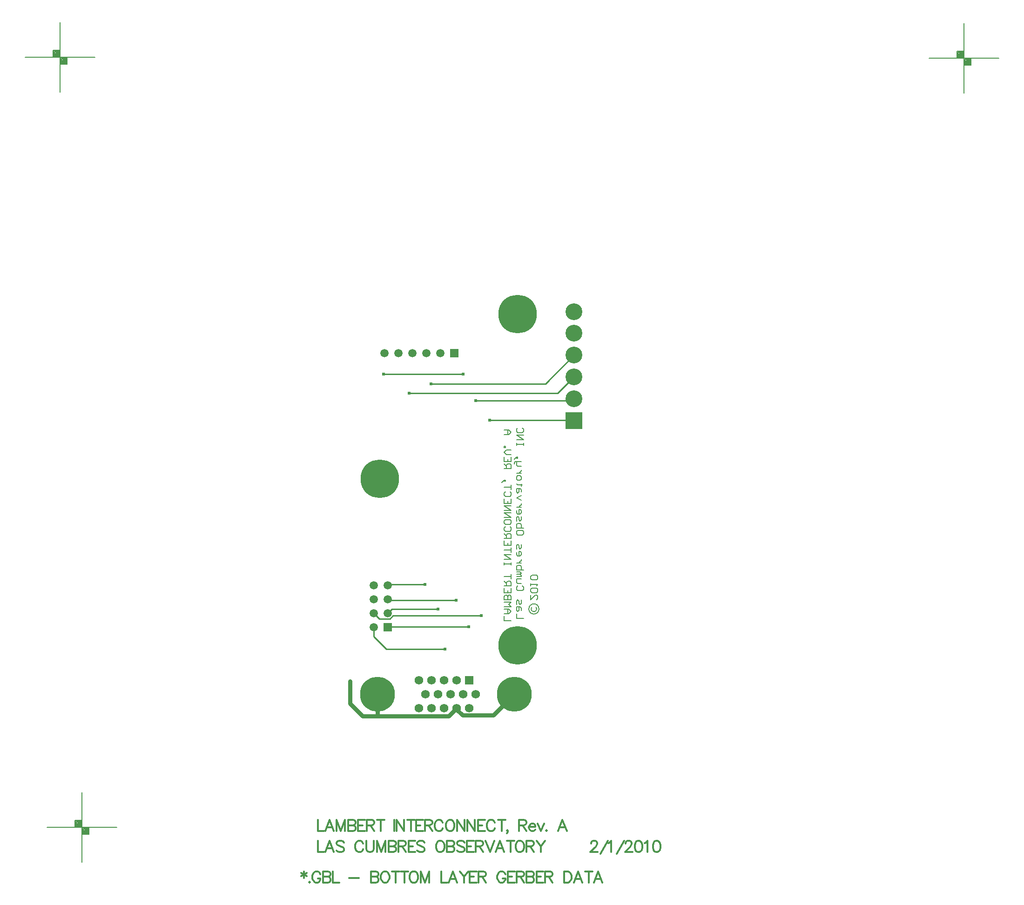
<source format=gbl>
%FSLAX25Y25*%
%MOIN*%
G70*
G01*
G75*
G04 Layer_Physical_Order=4*
G04 Layer_Color=16711680*
%ADD10C,0.01000*%
%ADD11C,0.03000*%
%ADD12C,0.01201*%
%ADD13C,0.00800*%
%ADD14C,0.01200*%
%ADD15C,0.01201*%
%ADD16R,0.05906X0.05906*%
%ADD17C,0.05906*%
%ADD18C,0.27559*%
%ADD19R,0.05906X0.05906*%
%ADD20R,0.12000X0.12000*%
%ADD21C,0.12000*%
%ADD22C,0.25000*%
%ADD23R,0.06200X0.06200*%
%ADD24C,0.06200*%
%ADD25C,0.02400*%
%ADD26C,0.04000*%
%ADD27C,0.07543*%
%ADD28C,0.19748*%
G04:AMPARAMS|DCode=29|XSize=95.433mil|YSize=95.433mil|CornerRadius=0mil|HoleSize=0mil|Usage=FLASHONLY|Rotation=0.000|XOffset=0mil|YOffset=0mil|HoleType=Round|Shape=Relief|Width=10mil|Gap=10mil|Entries=4|*
%AMTHD29*
7,0,0,0.09543,0.07543,0.01000,45*
%
%ADD29THD29*%
%ADD30C,0.11000*%
G04:AMPARAMS|DCode=31|XSize=130mil|YSize=130mil|CornerRadius=0mil|HoleSize=0mil|Usage=FLASHONLY|Rotation=0.000|XOffset=0mil|YOffset=0mil|HoleType=Round|Shape=Relief|Width=10mil|Gap=10mil|Entries=4|*
%AMTHD31*
7,0,0,0.13000,0.11000,0.01000,45*
%
%ADD31THD31*%
%ADD32C,0.16000*%
%ADD33C,0.07500*%
G04:AMPARAMS|DCode=34|XSize=95mil|YSize=95mil|CornerRadius=0mil|HoleSize=0mil|Usage=FLASHONLY|Rotation=0.000|XOffset=0mil|YOffset=0mil|HoleType=Round|Shape=Relief|Width=10mil|Gap=10mil|Entries=4|*
%AMTHD34*
7,0,0,0.09500,0.07500,0.01000,45*
%
%ADD34THD34*%
%ADD35C,0.05000*%
%ADD36C,0.00500*%
D10*
X110000Y219000D02*
X170370D01*
X170472Y218898D01*
X40732Y79000D02*
X104000D01*
X38645Y76913D02*
X40732Y79000D01*
X30961Y76913D02*
X38645D01*
X27008Y80866D02*
X30961Y76913D01*
X100000Y233000D02*
X168975D01*
X170472Y234498D01*
X37142Y71000D02*
X95000D01*
X37008Y70866D02*
X37142Y71000D01*
X34000Y252000D02*
X91000D01*
X37874Y90000D02*
X86000D01*
X37008Y90866D02*
X37874Y90000D01*
X27008Y63992D02*
Y70866D01*
Y63992D02*
X36000Y55000D01*
X78000D01*
X39942Y83800D02*
X73000D01*
X37008Y80866D02*
X39942Y83800D01*
X68000Y245200D02*
X149975D01*
X170472Y265698D01*
X37442Y101300D02*
X63900D01*
X37008Y100866D02*
X37442Y101300D01*
X52500Y238500D02*
X158875D01*
X170472Y250098D01*
D11*
X80701Y7000D02*
X86535Y12835D01*
X10000Y16000D02*
X19000Y7000D01*
X10000Y16000D02*
Y32000D01*
X86535Y11865D02*
Y12835D01*
Y11865D02*
X90665Y7735D01*
X97664D01*
X97729Y7800D01*
X112721D01*
X127756Y22835D01*
X29756Y7244D02*
Y22835D01*
X19000Y7000D02*
X30000D01*
X80701D01*
X29756Y7244D02*
X30000Y7000D01*
D12*
X-22899Y-104206D02*
Y-108777D01*
X-24803Y-105349D02*
X-20994Y-107634D01*
Y-105349D02*
X-24803Y-107634D01*
X-18976Y-111443D02*
X-19357Y-111824D01*
X-18976Y-112205D01*
X-18595Y-111824D01*
X-18976Y-111443D01*
X-11130Y-106111D02*
X-11511Y-105349D01*
X-12273Y-104587D01*
X-13034Y-104206D01*
X-14558D01*
X-15319Y-104587D01*
X-16081Y-105349D01*
X-16462Y-106111D01*
X-16843Y-107253D01*
Y-109158D01*
X-16462Y-110300D01*
X-16081Y-111062D01*
X-15319Y-111824D01*
X-14558Y-112205D01*
X-13034D01*
X-12273Y-111824D01*
X-11511Y-111062D01*
X-11130Y-110300D01*
Y-109158D01*
X-13034D02*
X-11130D01*
X-9302Y-104206D02*
Y-112205D01*
Y-104206D02*
X-5874D01*
X-4731Y-104587D01*
X-4350Y-104968D01*
X-3969Y-105730D01*
Y-106492D01*
X-4350Y-107253D01*
X-4731Y-107634D01*
X-5874Y-108015D01*
X-9302D02*
X-5874D01*
X-4731Y-108396D01*
X-4350Y-108777D01*
X-3969Y-109539D01*
Y-110681D01*
X-4350Y-111443D01*
X-4731Y-111824D01*
X-5874Y-112205D01*
X-9302D01*
X-2179Y-104206D02*
Y-112205D01*
X2391D01*
X9551Y-108777D02*
X16407D01*
X25053Y-104206D02*
Y-112205D01*
Y-104206D02*
X28481D01*
X29623Y-104587D01*
X30004Y-104968D01*
X30385Y-105730D01*
Y-106492D01*
X30004Y-107253D01*
X29623Y-107634D01*
X28481Y-108015D01*
X25053D02*
X28481D01*
X29623Y-108396D01*
X30004Y-108777D01*
X30385Y-109539D01*
Y-110681D01*
X30004Y-111443D01*
X29623Y-111824D01*
X28481Y-112205D01*
X25053D01*
X34460Y-104206D02*
X33699Y-104587D01*
X32937Y-105349D01*
X32556Y-106111D01*
X32175Y-107253D01*
Y-109158D01*
X32556Y-110300D01*
X32937Y-111062D01*
X33699Y-111824D01*
X34460Y-112205D01*
X35984D01*
X36746Y-111824D01*
X37507Y-111062D01*
X37888Y-110300D01*
X38269Y-109158D01*
Y-107253D01*
X37888Y-106111D01*
X37507Y-105349D01*
X36746Y-104587D01*
X35984Y-104206D01*
X34460D01*
X42801D02*
Y-112205D01*
X40135Y-104206D02*
X45467D01*
X49086D02*
Y-112205D01*
X46420Y-104206D02*
X51752D01*
X54989D02*
X54228Y-104587D01*
X53466Y-105349D01*
X53085Y-106111D01*
X52704Y-107253D01*
Y-109158D01*
X53085Y-110300D01*
X53466Y-111062D01*
X54228Y-111824D01*
X54989Y-112205D01*
X56513D01*
X57275Y-111824D01*
X58036Y-111062D01*
X58417Y-110300D01*
X58798Y-109158D01*
Y-107253D01*
X58417Y-106111D01*
X58036Y-105349D01*
X57275Y-104587D01*
X56513Y-104206D01*
X54989D01*
X60664D02*
Y-112205D01*
Y-104206D02*
X63711Y-112205D01*
X66758Y-104206D02*
X63711Y-112205D01*
X66758Y-104206D02*
Y-112205D01*
X75328Y-104206D02*
Y-112205D01*
X79898D01*
X86868D02*
X83821Y-104206D01*
X80774Y-112205D01*
X81917Y-109539D02*
X85725D01*
X88734Y-104206D02*
X91781Y-108015D01*
Y-112205D01*
X94828Y-104206D02*
X91781Y-108015D01*
X100808Y-104206D02*
X95857D01*
Y-112205D01*
X100808D01*
X95857Y-108015D02*
X98904D01*
X102141Y-104206D02*
Y-112205D01*
Y-104206D02*
X105569D01*
X106711Y-104587D01*
X107092Y-104968D01*
X107473Y-105730D01*
Y-106492D01*
X107092Y-107253D01*
X106711Y-107634D01*
X105569Y-108015D01*
X102141D01*
X104807D02*
X107473Y-112205D01*
X121261Y-106111D02*
X120880Y-105349D01*
X120118Y-104587D01*
X119356Y-104206D01*
X117833D01*
X117071Y-104587D01*
X116309Y-105349D01*
X115929Y-106111D01*
X115548Y-107253D01*
Y-109158D01*
X115929Y-110300D01*
X116309Y-111062D01*
X117071Y-111824D01*
X117833Y-112205D01*
X119356D01*
X120118Y-111824D01*
X120880Y-111062D01*
X121261Y-110300D01*
Y-109158D01*
X119356D02*
X121261D01*
X128040Y-104206D02*
X123089D01*
Y-112205D01*
X128040D01*
X123089Y-108015D02*
X126136D01*
X129373Y-104206D02*
Y-112205D01*
Y-104206D02*
X132801D01*
X133944Y-104587D01*
X134325Y-104968D01*
X134705Y-105730D01*
Y-106492D01*
X134325Y-107253D01*
X133944Y-107634D01*
X132801Y-108015D01*
X129373D01*
X132039D02*
X134705Y-112205D01*
X136496Y-104206D02*
Y-112205D01*
Y-104206D02*
X139924D01*
X141066Y-104587D01*
X141447Y-104968D01*
X141828Y-105730D01*
Y-106492D01*
X141447Y-107253D01*
X141066Y-107634D01*
X139924Y-108015D01*
X136496D02*
X139924D01*
X141066Y-108396D01*
X141447Y-108777D01*
X141828Y-109539D01*
Y-110681D01*
X141447Y-111443D01*
X141066Y-111824D01*
X139924Y-112205D01*
X136496D01*
X148569Y-104206D02*
X143618D01*
Y-112205D01*
X148569D01*
X143618Y-108015D02*
X146665D01*
X149902Y-104206D02*
Y-112205D01*
Y-104206D02*
X153330D01*
X154473Y-104587D01*
X154854Y-104968D01*
X155235Y-105730D01*
Y-106492D01*
X154854Y-107253D01*
X154473Y-107634D01*
X153330Y-108015D01*
X149902D01*
X152568D02*
X155235Y-112205D01*
X163309Y-104206D02*
Y-112205D01*
Y-104206D02*
X165975D01*
X167118Y-104587D01*
X167879Y-105349D01*
X168260Y-106111D01*
X168641Y-107253D01*
Y-109158D01*
X168260Y-110300D01*
X167879Y-111062D01*
X167118Y-111824D01*
X165975Y-112205D01*
X163309D01*
X176525D02*
X173478Y-104206D01*
X170431Y-112205D01*
X171574Y-109539D02*
X175382D01*
X181058Y-104206D02*
Y-112205D01*
X178391Y-104206D02*
X183724D01*
X190770Y-112205D02*
X187723Y-104206D01*
X184676Y-112205D01*
X185818Y-109539D02*
X189627D01*
D13*
X-207028Y-72528D02*
X-157028D01*
X-182028Y-97528D02*
Y-47528D01*
X-187028Y-67528D02*
X-187028Y-72528D01*
X-187028Y-67528D02*
X-182028Y-67528D01*
X-177028Y-72528D02*
X-177028Y-77528D01*
X-182028Y-77528D02*
X-177028Y-77528D01*
X-181528Y-73028D02*
X-177528D01*
Y-77028D02*
Y-73028D01*
X-181528Y-77028D02*
X-177528D01*
X-181528D02*
Y-73028D01*
X-181028Y-73528D02*
X-178028D01*
Y-76528D02*
Y-73528D01*
X-181028Y-76528D02*
X-178028D01*
X-181028D02*
Y-74028D01*
X-180528D02*
X-178528D01*
X-178528Y-76028D01*
X-180528Y-76028D02*
X-178528Y-76028D01*
X-180528Y-76028D02*
Y-74528D01*
X-180028Y-74528D02*
X-179028Y-74528D01*
Y-75528D02*
Y-74528D01*
X-180028Y-75528D02*
X-179028D01*
X-180028D02*
X-180028Y-74528D01*
Y-75028D02*
X-179028D01*
X-186528Y-68028D02*
X-182528D01*
Y-72028D02*
Y-68028D01*
X-186528Y-72028D02*
X-182528D01*
X-186528D02*
Y-68028D01*
X-186028Y-68528D02*
X-183028D01*
Y-71528D02*
Y-68528D01*
X-186028Y-71528D02*
X-183028D01*
X-186028D02*
Y-69028D01*
X-185528D02*
X-183528Y-69028D01*
Y-71028D02*
Y-69028D01*
X-185528Y-71028D02*
X-183528D01*
X-185528D02*
Y-69528D01*
X-185028D02*
X-184028D01*
X-184028Y-70528D02*
X-184028Y-69528D01*
X-185028Y-70528D02*
X-184028Y-70528D01*
X-185028Y-70528D02*
Y-69528D01*
Y-70028D02*
X-184028D01*
X-222728Y479172D02*
X-172728D01*
X-197728Y454172D02*
Y504172D01*
X-202728Y484172D02*
X-202728Y479172D01*
X-202728Y484172D02*
X-197728Y484172D01*
X-192728Y479172D02*
X-192728Y474172D01*
X-197728Y474172D02*
X-192728Y474172D01*
X-197228Y478672D02*
X-193228D01*
Y474672D02*
Y478672D01*
X-197228Y474672D02*
X-193228D01*
X-197228D02*
Y478672D01*
X-196728Y478172D02*
X-193728D01*
Y475172D02*
Y478172D01*
X-196728Y475172D02*
X-193728D01*
X-196728D02*
Y477672D01*
X-196228D02*
X-194228D01*
X-194228Y475672D01*
X-196228Y475672D02*
X-194228Y475672D01*
X-196228Y475672D02*
Y477172D01*
X-195728Y477172D02*
X-194728Y477172D01*
Y476172D02*
Y477172D01*
X-195728Y476172D02*
X-194728D01*
X-195728D02*
X-195728Y477172D01*
Y476672D02*
X-194728D01*
X-202228Y483672D02*
X-198228D01*
Y479672D02*
Y483672D01*
X-202228Y479672D02*
X-198228D01*
X-202228D02*
Y483672D01*
X-201728Y483172D02*
X-198728D01*
Y480172D02*
Y483172D01*
X-201728Y480172D02*
X-198728D01*
X-201728D02*
Y482672D01*
X-201228D02*
X-199228Y482672D01*
Y480672D02*
Y482672D01*
X-201227Y480672D02*
X-199228D01*
X-201227D02*
Y482172D01*
X-200728D02*
X-199727D01*
X-199728Y481172D02*
X-199727Y482172D01*
X-200728Y481172D02*
X-199728Y481172D01*
X-200728Y481172D02*
Y482172D01*
Y481672D02*
X-199728D01*
X424872Y478372D02*
X474872D01*
X449872Y453372D02*
Y503372D01*
X444872Y483372D02*
X444873Y478372D01*
X444872Y483372D02*
X449872Y483372D01*
X454872Y478372D02*
X454872Y473372D01*
X449872Y473372D02*
X454872Y473372D01*
X450372Y477872D02*
X454372D01*
Y473872D02*
Y477872D01*
X450372Y473872D02*
X454372D01*
X450372D02*
Y477872D01*
X450872Y477372D02*
X453872D01*
Y474372D02*
Y477372D01*
X450872Y474372D02*
X453872D01*
X450872D02*
Y476872D01*
X451372D02*
X453372D01*
X453372Y474872D01*
X451372Y474872D02*
X453372Y474872D01*
X451372Y474872D02*
Y476372D01*
X451872Y476372D02*
X452872Y476372D01*
Y475372D02*
Y476372D01*
X451872Y475372D02*
X452872D01*
X451872D02*
X451872Y476372D01*
Y475872D02*
X452872D01*
X445372Y482872D02*
X449372D01*
Y478872D02*
Y482872D01*
X445372Y478872D02*
X449372D01*
X445372D02*
Y482872D01*
X445872Y482372D02*
X448872D01*
Y479372D02*
Y482372D01*
X445872Y479372D02*
X448872D01*
X445872D02*
Y481872D01*
X446372D02*
X448372Y481872D01*
Y479872D02*
Y481872D01*
X446373Y479872D02*
X448372D01*
X446373D02*
Y481372D01*
X446872D02*
X447872D01*
X447872Y480372D02*
X447872Y481372D01*
X446872Y480372D02*
X447872Y480372D01*
X446872Y480372D02*
Y481372D01*
Y480872D02*
X447872D01*
D14*
X-13028Y-67283D02*
Y-75281D01*
X-8458D01*
X-1488D02*
X-4535Y-67283D01*
X-7582Y-75281D01*
X-6439Y-72615D02*
X-2631D01*
X378Y-67283D02*
Y-75281D01*
Y-67283D02*
X3425Y-75281D01*
X6472Y-67283D02*
X3425Y-75281D01*
X6472Y-67283D02*
Y-75281D01*
X8758Y-67283D02*
Y-75281D01*
Y-67283D02*
X12185D01*
X13328Y-67664D01*
X13709Y-68045D01*
X14090Y-68806D01*
Y-69568D01*
X13709Y-70330D01*
X13328Y-70711D01*
X12185Y-71092D01*
X8758D02*
X12185D01*
X13328Y-71472D01*
X13709Y-71853D01*
X14090Y-72615D01*
Y-73758D01*
X13709Y-74519D01*
X13328Y-74900D01*
X12185Y-75281D01*
X8758D01*
X20831Y-67283D02*
X15880D01*
Y-75281D01*
X20831D01*
X15880Y-71092D02*
X18927D01*
X22164Y-67283D02*
Y-75281D01*
Y-67283D02*
X25592D01*
X26735Y-67664D01*
X27115Y-68045D01*
X27496Y-68806D01*
Y-69568D01*
X27115Y-70330D01*
X26735Y-70711D01*
X25592Y-71092D01*
X22164D01*
X24830D02*
X27496Y-75281D01*
X31953Y-67283D02*
Y-75281D01*
X29286Y-67283D02*
X34619D01*
X41855D02*
Y-75281D01*
X43531Y-67283D02*
Y-75281D01*
Y-67283D02*
X48863Y-75281D01*
Y-67283D02*
Y-75281D01*
X53738Y-67283D02*
Y-75281D01*
X51072Y-67283D02*
X56404D01*
X62308D02*
X57357D01*
Y-75281D01*
X62308D01*
X57357Y-71092D02*
X60404D01*
X63641Y-67283D02*
Y-75281D01*
Y-67283D02*
X67069D01*
X68211Y-67664D01*
X68592Y-68045D01*
X68973Y-68806D01*
Y-69568D01*
X68592Y-70330D01*
X68211Y-70711D01*
X67069Y-71092D01*
X63641D01*
X66307D02*
X68973Y-75281D01*
X76476Y-69187D02*
X76095Y-68425D01*
X75334Y-67664D01*
X74572Y-67283D01*
X73048D01*
X72287Y-67664D01*
X71525Y-68425D01*
X71144Y-69187D01*
X70763Y-70330D01*
Y-72234D01*
X71144Y-73377D01*
X71525Y-74138D01*
X72287Y-74900D01*
X73048Y-75281D01*
X74572D01*
X75334Y-74900D01*
X76095Y-74138D01*
X76476Y-73377D01*
X81009Y-67283D02*
X80247Y-67664D01*
X79485Y-68425D01*
X79104Y-69187D01*
X78723Y-70330D01*
Y-72234D01*
X79104Y-73377D01*
X79485Y-74138D01*
X80247Y-74900D01*
X81009Y-75281D01*
X82532D01*
X83294Y-74900D01*
X84056Y-74138D01*
X84437Y-73377D01*
X84817Y-72234D01*
Y-70330D01*
X84437Y-69187D01*
X84056Y-68425D01*
X83294Y-67664D01*
X82532Y-67283D01*
X81009D01*
X86684D02*
Y-75281D01*
Y-67283D02*
X92016Y-75281D01*
Y-67283D02*
Y-75281D01*
X94225Y-67283D02*
Y-75281D01*
Y-67283D02*
X99557Y-75281D01*
Y-67283D02*
Y-75281D01*
X106717Y-67283D02*
X101766D01*
Y-75281D01*
X106717D01*
X101766Y-71092D02*
X104813D01*
X113763Y-69187D02*
X113383Y-68425D01*
X112621Y-67664D01*
X111859Y-67283D01*
X110336D01*
X109574Y-67664D01*
X108812Y-68425D01*
X108431Y-69187D01*
X108051Y-70330D01*
Y-72234D01*
X108431Y-73377D01*
X108812Y-74138D01*
X109574Y-74900D01*
X110336Y-75281D01*
X111859D01*
X112621Y-74900D01*
X113383Y-74138D01*
X113763Y-73377D01*
X118677Y-67283D02*
Y-75281D01*
X116011Y-67283D02*
X121343D01*
X123057Y-74900D02*
X122676Y-75281D01*
X122295Y-74900D01*
X122676Y-74519D01*
X123057Y-74900D01*
Y-75662D01*
X122676Y-76424D01*
X122295Y-76805D01*
X131093Y-67283D02*
Y-75281D01*
Y-67283D02*
X134521D01*
X135664Y-67664D01*
X136045Y-68045D01*
X136425Y-68806D01*
Y-69568D01*
X136045Y-70330D01*
X135664Y-70711D01*
X134521Y-71092D01*
X131093D01*
X133759D02*
X136425Y-75281D01*
X138215Y-72234D02*
X142786D01*
Y-71472D01*
X142405Y-70711D01*
X142024Y-70330D01*
X141262Y-69949D01*
X140120D01*
X139358Y-70330D01*
X138596Y-71092D01*
X138215Y-72234D01*
Y-72996D01*
X138596Y-74138D01*
X139358Y-74900D01*
X140120Y-75281D01*
X141262D01*
X142024Y-74900D01*
X142786Y-74138D01*
X144500Y-69949D02*
X146785Y-75281D01*
X149070Y-69949D02*
X146785Y-75281D01*
X150746Y-74519D02*
X150365Y-74900D01*
X150746Y-75281D01*
X151127Y-74900D01*
X150746Y-74519D01*
X165257Y-75281D02*
X162210Y-67283D01*
X159163Y-75281D01*
X160306Y-72615D02*
X164115D01*
D15*
X-13028Y-82284D02*
Y-90283D01*
X-8458D01*
X-1488D02*
X-4535Y-82284D01*
X-7582Y-90283D01*
X-6439Y-87617D02*
X-2631D01*
X5711Y-83427D02*
X4949Y-82665D01*
X3806Y-82284D01*
X2283D01*
X1140Y-82665D01*
X378Y-83427D01*
Y-84189D01*
X759Y-84951D01*
X1140Y-85331D01*
X1902Y-85712D01*
X4187Y-86474D01*
X4949Y-86855D01*
X5330Y-87236D01*
X5711Y-87998D01*
Y-89140D01*
X4949Y-89902D01*
X3806Y-90283D01*
X2283D01*
X1140Y-89902D01*
X378Y-89140D01*
X19498Y-84189D02*
X19117Y-83427D01*
X18355Y-82665D01*
X17594Y-82284D01*
X16070D01*
X15308Y-82665D01*
X14547Y-83427D01*
X14166Y-84189D01*
X13785Y-85331D01*
Y-87236D01*
X14166Y-88378D01*
X14547Y-89140D01*
X15308Y-89902D01*
X16070Y-90283D01*
X17594D01*
X18355Y-89902D01*
X19117Y-89140D01*
X19498Y-88378D01*
X21745Y-82284D02*
Y-87998D01*
X22126Y-89140D01*
X22888Y-89902D01*
X24030Y-90283D01*
X24792D01*
X25935Y-89902D01*
X26697Y-89140D01*
X27077Y-87998D01*
Y-82284D01*
X29286D02*
Y-90283D01*
Y-82284D02*
X32333Y-90283D01*
X35380Y-82284D02*
X32333Y-90283D01*
X35380Y-82284D02*
Y-90283D01*
X37666Y-82284D02*
Y-90283D01*
Y-82284D02*
X41093D01*
X42236Y-82665D01*
X42617Y-83046D01*
X42998Y-83808D01*
Y-84570D01*
X42617Y-85331D01*
X42236Y-85712D01*
X41093Y-86093D01*
X37666D02*
X41093D01*
X42236Y-86474D01*
X42617Y-86855D01*
X42998Y-87617D01*
Y-88759D01*
X42617Y-89521D01*
X42236Y-89902D01*
X41093Y-90283D01*
X37666D01*
X44788Y-82284D02*
Y-90283D01*
Y-82284D02*
X48216D01*
X49358Y-82665D01*
X49739Y-83046D01*
X50120Y-83808D01*
Y-84570D01*
X49739Y-85331D01*
X49358Y-85712D01*
X48216Y-86093D01*
X44788D01*
X47454D02*
X50120Y-90283D01*
X56861Y-82284D02*
X51910D01*
Y-90283D01*
X56861D01*
X51910Y-86093D02*
X54957D01*
X63527Y-83427D02*
X62765Y-82665D01*
X61622Y-82284D01*
X60099D01*
X58956Y-82665D01*
X58195Y-83427D01*
Y-84189D01*
X58575Y-84951D01*
X58956Y-85331D01*
X59718Y-85712D01*
X62003Y-86474D01*
X62765Y-86855D01*
X63146Y-87236D01*
X63527Y-87998D01*
Y-89140D01*
X62765Y-89902D01*
X61622Y-90283D01*
X60099D01*
X58956Y-89902D01*
X58195Y-89140D01*
X73886Y-82284D02*
X73125Y-82665D01*
X72363Y-83427D01*
X71982Y-84189D01*
X71601Y-85331D01*
Y-87236D01*
X71982Y-88378D01*
X72363Y-89140D01*
X73125Y-89902D01*
X73886Y-90283D01*
X75410D01*
X76172Y-89902D01*
X76933Y-89140D01*
X77314Y-88378D01*
X77695Y-87236D01*
Y-85331D01*
X77314Y-84189D01*
X76933Y-83427D01*
X76172Y-82665D01*
X75410Y-82284D01*
X73886D01*
X79561D02*
Y-90283D01*
Y-82284D02*
X82989D01*
X84132Y-82665D01*
X84513Y-83046D01*
X84894Y-83808D01*
Y-84570D01*
X84513Y-85331D01*
X84132Y-85712D01*
X82989Y-86093D01*
X79561D02*
X82989D01*
X84132Y-86474D01*
X84513Y-86855D01*
X84894Y-87617D01*
Y-88759D01*
X84513Y-89521D01*
X84132Y-89902D01*
X82989Y-90283D01*
X79561D01*
X92016Y-83427D02*
X91254Y-82665D01*
X90111Y-82284D01*
X88588D01*
X87445Y-82665D01*
X86684Y-83427D01*
Y-84189D01*
X87064Y-84951D01*
X87445Y-85331D01*
X88207Y-85712D01*
X90492Y-86474D01*
X91254Y-86855D01*
X91635Y-87236D01*
X92016Y-87998D01*
Y-89140D01*
X91254Y-89902D01*
X90111Y-90283D01*
X88588D01*
X87445Y-89902D01*
X86684Y-89140D01*
X98757Y-82284D02*
X93806D01*
Y-90283D01*
X98757D01*
X93806Y-86093D02*
X96853D01*
X100090Y-82284D02*
Y-90283D01*
Y-82284D02*
X103518D01*
X104661Y-82665D01*
X105042Y-83046D01*
X105422Y-83808D01*
Y-84570D01*
X105042Y-85331D01*
X104661Y-85712D01*
X103518Y-86093D01*
X100090D01*
X102756D02*
X105422Y-90283D01*
X107212Y-82284D02*
X110259Y-90283D01*
X113306Y-82284D02*
X110259Y-90283D01*
X120429D02*
X117382Y-82284D01*
X114335Y-90283D01*
X115477Y-87617D02*
X119286D01*
X124961Y-82284D02*
Y-90283D01*
X122295Y-82284D02*
X127627D01*
X130865D02*
X130103Y-82665D01*
X129341Y-83427D01*
X128960Y-84189D01*
X128579Y-85331D01*
Y-87236D01*
X128960Y-88378D01*
X129341Y-89140D01*
X130103Y-89902D01*
X130865Y-90283D01*
X132388D01*
X133150Y-89902D01*
X133912Y-89140D01*
X134292Y-88378D01*
X134673Y-87236D01*
Y-85331D01*
X134292Y-84189D01*
X133912Y-83427D01*
X133150Y-82665D01*
X132388Y-82284D01*
X130865D01*
X136540D02*
Y-90283D01*
Y-82284D02*
X139967D01*
X141110Y-82665D01*
X141491Y-83046D01*
X141872Y-83808D01*
Y-84570D01*
X141491Y-85331D01*
X141110Y-85712D01*
X139967Y-86093D01*
X136540D01*
X139206D02*
X141872Y-90283D01*
X143662Y-82284D02*
X146709Y-86093D01*
Y-90283D01*
X149756Y-82284D02*
X146709Y-86093D01*
X182587Y-84189D02*
Y-83808D01*
X182968Y-83046D01*
X183349Y-82665D01*
X184110Y-82284D01*
X185634D01*
X186396Y-82665D01*
X186776Y-83046D01*
X187157Y-83808D01*
Y-84570D01*
X186776Y-85331D01*
X186015Y-86474D01*
X182206Y-90283D01*
X187538D01*
X189328Y-91425D02*
X194660Y-82284D01*
X195194Y-83808D02*
X195955Y-83427D01*
X197098Y-82284D01*
Y-90283D01*
X201059Y-91425D02*
X206391Y-82284D01*
X207305Y-84189D02*
Y-83808D01*
X207686Y-83046D01*
X208067Y-82665D01*
X208829Y-82284D01*
X210352D01*
X211114Y-82665D01*
X211495Y-83046D01*
X211876Y-83808D01*
Y-84570D01*
X211495Y-85331D01*
X210733Y-86474D01*
X206925Y-90283D01*
X212257D01*
X216332Y-82284D02*
X215189Y-82665D01*
X214428Y-83808D01*
X214047Y-85712D01*
Y-86855D01*
X214428Y-88759D01*
X215189Y-89902D01*
X216332Y-90283D01*
X217094D01*
X218236Y-89902D01*
X218998Y-88759D01*
X219379Y-86855D01*
Y-85712D01*
X218998Y-83808D01*
X218236Y-82665D01*
X217094Y-82284D01*
X216332D01*
X221169Y-83808D02*
X221931Y-83427D01*
X223073Y-82284D01*
Y-90283D01*
X229320Y-82284D02*
X228177Y-82665D01*
X227415Y-83808D01*
X227034Y-85712D01*
Y-86855D01*
X227415Y-88759D01*
X228177Y-89902D01*
X229320Y-90283D01*
X230081D01*
X231224Y-89902D01*
X231986Y-88759D01*
X232367Y-86855D01*
Y-85712D01*
X231986Y-83808D01*
X231224Y-82665D01*
X230081Y-82284D01*
X229320D01*
D16*
X37008Y70866D02*
D03*
D17*
X27008D02*
D03*
X37008Y80866D02*
D03*
X27008D02*
D03*
X37008Y90866D02*
D03*
X27008D02*
D03*
X37008Y100866D02*
D03*
X27008D02*
D03*
X34646Y266929D02*
D03*
X44646D02*
D03*
X54646D02*
D03*
X64646D02*
D03*
X74646D02*
D03*
D18*
X31496Y176969D02*
D03*
X129921Y295079D02*
D03*
Y57874D02*
D03*
D19*
X84646Y266929D02*
D03*
D20*
X170472Y218898D02*
D03*
D21*
Y234498D02*
D03*
Y250098D02*
D03*
Y265698D02*
D03*
Y281298D02*
D03*
Y296898D02*
D03*
D22*
X127756Y22835D02*
D03*
X29756D02*
D03*
D23*
X95551Y32835D02*
D03*
D24*
Y12835D02*
D03*
X100039Y22835D02*
D03*
X86535Y12835D02*
D03*
X91024Y22835D02*
D03*
X86535Y32835D02*
D03*
X77520Y12835D02*
D03*
X82008Y22835D02*
D03*
X77520Y32835D02*
D03*
X68504Y12835D02*
D03*
X72992Y22835D02*
D03*
X68504Y32835D02*
D03*
X59488Y12835D02*
D03*
X63976Y22835D02*
D03*
X59488Y32835D02*
D03*
D25*
X10000Y32000D02*
D03*
X110000Y219000D02*
D03*
X104000Y79000D02*
D03*
X100000Y233000D02*
D03*
X95000Y71000D02*
D03*
X91000Y252000D02*
D03*
X34000D02*
D03*
X86000Y90000D02*
D03*
X78000Y55000D02*
D03*
X73000Y83800D02*
D03*
X68000Y245200D02*
D03*
X63900Y101300D02*
D03*
X52500Y238500D02*
D03*
D36*
X140115Y84844D02*
G03*
X143256Y85037I1638J-1008D01*
G01*
X145377Y83836D02*
G03*
X145377Y83836I-3624J0D01*
G01*
X125552Y75336D02*
X120554D01*
Y78668D01*
Y80334D02*
X123886D01*
X125552Y82000D01*
X123886Y83666D01*
X120554D01*
X123053D01*
Y80334D01*
X120554Y85332D02*
X125552D01*
X123886Y86998D01*
X125552Y88665D01*
X120554D01*
X125552Y90331D02*
X120554D01*
Y92830D01*
X121387Y93663D01*
X122220D01*
X123053Y92830D01*
Y90331D01*
Y92830D01*
X123886Y93663D01*
X124719D01*
X125552Y92830D01*
Y90331D01*
Y98661D02*
Y95329D01*
X120554D01*
Y98661D01*
X123053Y95329D02*
Y96995D01*
X120554Y100327D02*
X125552D01*
Y102826D01*
X124719Y103660D01*
X123053D01*
X122220Y102826D01*
Y100327D01*
Y101994D02*
X120554Y103660D01*
X125552Y105326D02*
Y108658D01*
Y106992D01*
X120554D01*
X125552Y115322D02*
Y116989D01*
Y116156D01*
X120554D01*
Y115322D01*
Y116989D01*
Y119488D02*
X125552D01*
X120554Y122820D01*
X125552D01*
Y124486D02*
Y127819D01*
Y126152D01*
X120554D01*
X125552Y132817D02*
Y129485D01*
X120554D01*
Y132817D01*
X123053Y129485D02*
Y131151D01*
X120554Y134483D02*
X125552D01*
Y136982D01*
X124719Y137815D01*
X123053D01*
X122220Y136982D01*
Y134483D01*
Y136149D02*
X120554Y137815D01*
X124719Y142814D02*
X125552Y141981D01*
Y140314D01*
X124719Y139481D01*
X121387D01*
X120554Y140314D01*
Y141981D01*
X121387Y142814D01*
X125552Y146979D02*
Y145313D01*
X124719Y144480D01*
X121387D01*
X120554Y145313D01*
Y146979D01*
X121387Y147812D01*
X124719D01*
X125552Y146979D01*
X120554Y149478D02*
X125552D01*
X120554Y152810D01*
X125552D01*
X120554Y154476D02*
X125552D01*
X120554Y157809D01*
X125552D01*
Y162807D02*
Y159475D01*
X120554D01*
Y162807D01*
X123053Y159475D02*
Y161141D01*
X124719Y167806D02*
X125552Y166972D01*
Y165306D01*
X124719Y164473D01*
X121387D01*
X120554Y165306D01*
Y166972D01*
X121387Y167806D01*
X125552Y169472D02*
Y172804D01*
Y171138D01*
X120554D01*
X119720Y175303D02*
X120554Y176136D01*
X121387D01*
Y175303D01*
X120554D01*
Y176136D01*
X119720Y175303D01*
X118887Y174470D01*
X120554Y184467D02*
X125552D01*
Y186966D01*
X124719Y187799D01*
X123053D01*
X122220Y186966D01*
Y184467D01*
Y186133D02*
X120554Y187799D01*
X125552Y192797D02*
Y189465D01*
X120554D01*
Y192797D01*
X123053Y189465D02*
Y191131D01*
X125552Y194464D02*
X122220D01*
X120554Y196130D01*
X122220Y197796D01*
X125552D01*
X120554Y199462D02*
X121387D01*
Y200295D01*
X120554D01*
Y199462D01*
Y208626D02*
X123886D01*
X125552Y210292D01*
X123886Y211958D01*
X120554D01*
X123053D01*
Y208626D01*
X134352Y76935D02*
X129353D01*
Y80268D01*
X132686Y82767D02*
Y84433D01*
X131853Y85266D01*
X129353D01*
Y82767D01*
X130187Y81934D01*
X131020Y82767D01*
Y85266D01*
X129353Y86932D02*
Y89431D01*
X130187Y90264D01*
X131020Y89431D01*
Y87765D01*
X131853Y86932D01*
X132686Y87765D01*
Y90264D01*
X133519Y100261D02*
X134352Y99428D01*
Y97762D01*
X133519Y96929D01*
X130187D01*
X129353Y97762D01*
Y99428D01*
X130187Y100261D01*
X132686Y101927D02*
X130187D01*
X129353Y102760D01*
Y105260D01*
X132686D01*
X129353Y106926D02*
X132686D01*
Y107759D01*
X131853Y108592D01*
X129353D01*
X131853D01*
X132686Y109425D01*
X131853Y110258D01*
X129353D01*
X134352Y111924D02*
X129353D01*
Y114423D01*
X130187Y115256D01*
X131020D01*
X131853D01*
X132686Y114423D01*
Y111924D01*
Y116922D02*
X129353D01*
X131020D01*
X131853Y117755D01*
X132686Y118589D01*
Y119422D01*
X129353Y124420D02*
Y122754D01*
X130187Y121921D01*
X131853D01*
X132686Y122754D01*
Y124420D01*
X131853Y125253D01*
X131020D01*
Y121921D01*
X129353Y126919D02*
Y129418D01*
X130187Y130252D01*
X131020Y129418D01*
Y127752D01*
X131853Y126919D01*
X132686Y127752D01*
Y130252D01*
X134352Y139415D02*
Y137749D01*
X133519Y136916D01*
X130187D01*
X129353Y137749D01*
Y139415D01*
X130187Y140248D01*
X133519D01*
X134352Y139415D01*
Y141914D02*
X129353D01*
Y144414D01*
X130187Y145247D01*
X131020D01*
X131853D01*
X132686Y144414D01*
Y141914D01*
X129353Y146913D02*
Y149412D01*
X130187Y150245D01*
X131020Y149412D01*
Y147746D01*
X131853Y146913D01*
X132686Y147746D01*
Y150245D01*
X129353Y154410D02*
Y152744D01*
X130187Y151911D01*
X131853D01*
X132686Y152744D01*
Y154410D01*
X131853Y155243D01*
X131020D01*
Y151911D01*
X132686Y156910D02*
X129353D01*
X131020D01*
X131853Y157743D01*
X132686Y158576D01*
Y159409D01*
Y161908D02*
X129353Y163574D01*
X132686Y165240D01*
Y167739D02*
Y169405D01*
X131853Y170239D01*
X129353D01*
Y167739D01*
X130187Y166906D01*
X131020Y167739D01*
Y170239D01*
X133519Y172738D02*
X132686D01*
Y171905D01*
Y173571D01*
Y172738D01*
X130187D01*
X129353Y173571D01*
Y176903D02*
Y178569D01*
X130187Y179402D01*
X131853D01*
X132686Y178569D01*
Y176903D01*
X131853Y176070D01*
X130187D01*
X129353Y176903D01*
X132686Y181068D02*
X129353D01*
X131020D01*
X131853Y181901D01*
X132686Y182735D01*
Y183568D01*
Y186067D02*
X130187D01*
X129353Y186900D01*
Y189399D01*
X128521D01*
X127687Y188566D01*
Y187733D01*
X129353Y189399D02*
X132686D01*
X128521Y191898D02*
X129353Y192731D01*
X130187D01*
Y191898D01*
X129353D01*
Y192731D01*
X128521Y191898D01*
X127687Y191065D01*
X134352Y201062D02*
Y202728D01*
Y201895D01*
X129353D01*
Y201062D01*
Y202728D01*
Y205227D02*
X134352D01*
X129353Y208559D01*
X134352D01*
X133519Y213558D02*
X134352Y212725D01*
Y211059D01*
X133519Y210226D01*
X130187D01*
X129353Y211059D01*
Y212725D01*
X130187Y213558D01*
X139553Y93868D02*
Y90535D01*
X142886Y93868D01*
X143719D01*
X144552Y93035D01*
Y91369D01*
X143719Y90535D01*
Y95534D02*
X144552Y96367D01*
Y98033D01*
X143719Y98866D01*
X140387D01*
X139553Y98033D01*
Y96367D01*
X140387Y95534D01*
X143719D01*
X139553Y100532D02*
Y102198D01*
Y101365D01*
X144552D01*
X143719Y100532D01*
Y104698D02*
X144552Y105531D01*
Y107197D01*
X143719Y108030D01*
X140387D01*
X139553Y107197D01*
Y105531D01*
X140387Y104698D01*
X143719D01*
M02*

</source>
